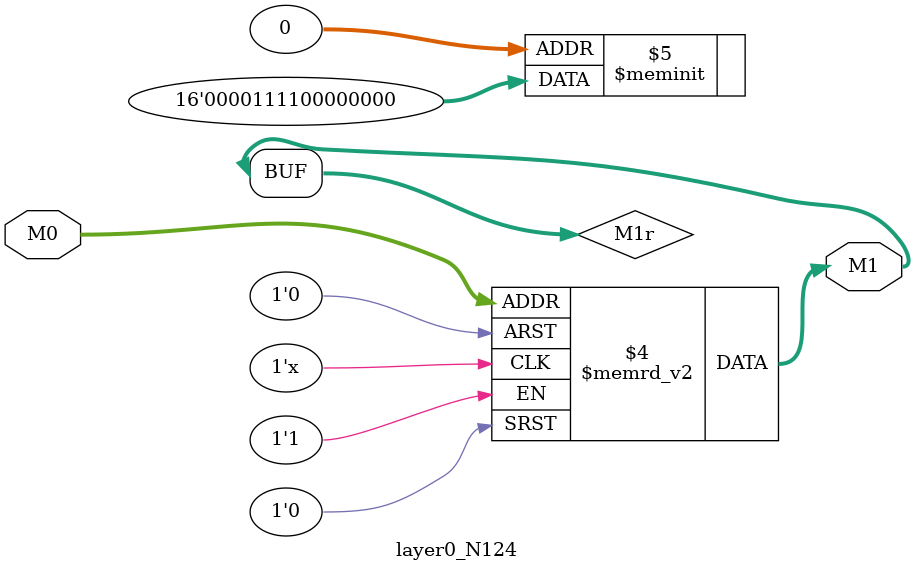
<source format=v>
module layer0_N124 ( input [2:0] M0, output [1:0] M1 );

	(*rom_style = "distributed" *) reg [1:0] M1r;
	assign M1 = M1r;
	always @ (M0) begin
		case (M0)
			3'b000: M1r = 2'b00;
			3'b100: M1r = 2'b11;
			3'b010: M1r = 2'b00;
			3'b110: M1r = 2'b00;
			3'b001: M1r = 2'b00;
			3'b101: M1r = 2'b11;
			3'b011: M1r = 2'b00;
			3'b111: M1r = 2'b00;

		endcase
	end
endmodule

</source>
